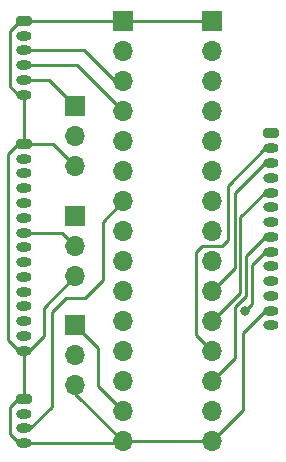
<source format=gbr>
%TF.GenerationSoftware,KiCad,Pcbnew,7.0.1*%
%TF.CreationDate,2023-04-02T14:30:40+09:00*%
%TF.ProjectId,joystick_gpio_input_main_part,6a6f7973-7469-4636-9b5f-6770696f5f69,2*%
%TF.SameCoordinates,PX7863d30PY784b050*%
%TF.FileFunction,Copper,L2,Bot*%
%TF.FilePolarity,Positive*%
%FSLAX46Y46*%
G04 Gerber Fmt 4.6, Leading zero omitted, Abs format (unit mm)*
G04 Created by KiCad (PCBNEW 7.0.1) date 2023-04-02 14:30:40*
%MOMM*%
%LPD*%
G01*
G04 APERTURE LIST*
G04 Aperture macros list*
%AMRoundRect*
0 Rectangle with rounded corners*
0 $1 Rounding radius*
0 $2 $3 $4 $5 $6 $7 $8 $9 X,Y pos of 4 corners*
0 Add a 4 corners polygon primitive as box body*
4,1,4,$2,$3,$4,$5,$6,$7,$8,$9,$2,$3,0*
0 Add four circle primitives for the rounded corners*
1,1,$1+$1,$2,$3*
1,1,$1+$1,$4,$5*
1,1,$1+$1,$6,$7*
1,1,$1+$1,$8,$9*
0 Add four rect primitives between the rounded corners*
20,1,$1+$1,$2,$3,$4,$5,0*
20,1,$1+$1,$4,$5,$6,$7,0*
20,1,$1+$1,$6,$7,$8,$9,0*
20,1,$1+$1,$8,$9,$2,$3,0*%
G04 Aperture macros list end*
%TA.AperFunction,ComponentPad*%
%ADD10RoundRect,0.200000X-0.450000X0.200000X-0.450000X-0.200000X0.450000X-0.200000X0.450000X0.200000X0*%
%TD*%
%TA.AperFunction,ComponentPad*%
%ADD11O,1.300000X0.800000*%
%TD*%
%TA.AperFunction,ComponentPad*%
%ADD12R,1.700000X1.700000*%
%TD*%
%TA.AperFunction,ComponentPad*%
%ADD13O,1.700000X1.700000*%
%TD*%
%TA.AperFunction,ViaPad*%
%ADD14C,0.800000*%
%TD*%
%TA.AperFunction,Conductor*%
%ADD15C,0.250000*%
%TD*%
G04 APERTURE END LIST*
D10*
%TO.P,J6,1,Pin_1*%
%TO.N,/C_UP*%
X24587200Y31038800D03*
D11*
%TO.P,J6,2,Pin_2*%
%TO.N,/C_TL*%
X24587200Y29788800D03*
%TO.P,J6,3,Pin_3*%
%TO.N,/C_X*%
X24587200Y28538800D03*
%TO.P,J6,4,Pin_4*%
%TO.N,/C_DOWN*%
X24587200Y27288800D03*
%TO.P,J6,5,Pin_5*%
%TO.N,/C_Y*%
X24587200Y26038800D03*
%TO.P,J6,6,Pin_6*%
%TO.N,/C_LEFT*%
X24587200Y24788800D03*
%TO.P,J6,7,Pin_7*%
%TO.N,/C_RIGHT*%
X24587200Y23538800D03*
%TO.P,J6,8,Pin_8*%
%TO.N,/C_TR*%
X24587200Y22288800D03*
%TO.P,J6,9,Pin_9*%
%TO.N,/C_B*%
X24587200Y21038800D03*
%TO.P,J6,10,Pin_10*%
%TO.N,/C_START*%
X24587200Y19788800D03*
%TO.P,J6,11,Pin_11*%
%TO.N,/C_SELECT*%
X24587200Y18538800D03*
%TO.P,J6,12,Pin_12*%
%TO.N,/C_A*%
X24587200Y17288800D03*
%TO.P,J6,13,Pin_13*%
%TO.N,/GND*%
X24587200Y16038800D03*
%TO.P,J6,14,Pin_14*%
%TO.N,/C_HK*%
X24587200Y14788800D03*
%TD*%
D12*
%TO.P,JP3,1,Pin_1*%
%TO.N,/HK*%
X8013000Y14808200D03*
D13*
%TO.P,JP3,2,Pin_2*%
%TO.N,/HK_T*%
X8013000Y12268200D03*
%TO.P,JP3,3,Pin_3*%
%TO.N,/GND*%
X8013000Y9728200D03*
%TD*%
D10*
%TO.P,J4,1,Pin_1*%
%TO.N,/GND*%
X3618800Y40563800D03*
D11*
%TO.P,J4,2,Pin_2*%
%TO.N,/UP*%
X3618800Y39313800D03*
%TO.P,J4,3,Pin_3*%
%TO.N,/DOWN*%
X3618800Y38063800D03*
%TO.P,J4,4,Pin_4*%
%TO.N,/LEFT*%
X3618800Y36813800D03*
%TO.P,J4,5,Pin_5*%
%TO.N,/RIGHT*%
X3618800Y35563800D03*
%TO.P,J4,6,Pin_6*%
%TO.N,/GND*%
X3618800Y34313800D03*
%TD*%
D12*
%TO.P,J1,1,Pin_1*%
%TO.N,/GND*%
X12026200Y40563800D03*
D13*
%TO.P,J1,2,Pin_2*%
%TO.N,/UP*%
X12026200Y38023800D03*
%TO.P,J1,3,Pin_3*%
%TO.N,/DOWN*%
X12026200Y35483800D03*
%TO.P,J1,4,Pin_4*%
%TO.N,/LEFT*%
X12026200Y32943800D03*
%TO.P,J1,5,Pin_5*%
%TO.N,/RIGHT*%
X12026200Y30403800D03*
%TO.P,J1,6,Pin_6*%
%TO.N,/START*%
X12026200Y27863800D03*
%TO.P,J1,7,Pin_7*%
%TO.N,/SELECT*%
X12026200Y25323800D03*
%TO.P,J1,8,Pin_8*%
%TO.N,/A*%
X12026200Y22783800D03*
%TO.P,J1,9,Pin_9*%
%TO.N,/B*%
X12026200Y20243800D03*
%TO.P,J1,10,Pin_10*%
%TO.N,/X*%
X12026200Y17703800D03*
%TO.P,J1,11,Pin_11*%
%TO.N,/Y*%
X12026200Y15163800D03*
%TO.P,J1,12,Pin_12*%
%TO.N,/TL*%
X12026200Y12623800D03*
%TO.P,J1,13,Pin_13*%
%TO.N,/TR*%
X12026200Y10083800D03*
%TO.P,J1,14,Pin_14*%
%TO.N,/HK*%
X12026200Y7543800D03*
%TO.P,J1,15,Pin_15*%
%TO.N,/GND*%
X12026200Y5003800D03*
%TD*%
D10*
%TO.P,J3,1,Pin_1*%
%TO.N,/GND*%
X3644200Y30149800D03*
D11*
%TO.P,J3,2,Pin_2*%
%TO.N,/UP*%
X3644200Y28899800D03*
%TO.P,J3,3,Pin_3*%
%TO.N,/DOWN*%
X3644200Y27649800D03*
%TO.P,J3,4,Pin_4*%
%TO.N,/LEFT*%
X3644200Y26399800D03*
%TO.P,J3,5,Pin_5*%
%TO.N,/RIGHT_T*%
X3644200Y25149800D03*
%TO.P,J3,6,Pin_6*%
%TO.N,/START*%
X3644200Y23899800D03*
%TO.P,J3,7,Pin_7*%
%TO.N,/SELECT_T*%
X3644200Y22649800D03*
%TO.P,J3,8,Pin_8*%
%TO.N,/A*%
X3644200Y21399800D03*
%TO.P,J3,9,Pin_9*%
%TO.N,/B*%
X3644200Y20149800D03*
%TO.P,J3,10,Pin_10*%
%TO.N,/X*%
X3644200Y18899800D03*
%TO.P,J3,11,Pin_11*%
%TO.N,/Y*%
X3644200Y17649800D03*
%TO.P,J3,12,Pin_12*%
%TO.N,/TL*%
X3644200Y16399800D03*
%TO.P,J3,13,Pin_13*%
%TO.N,/TR*%
X3644200Y15149800D03*
%TO.P,J3,14,Pin_14*%
%TO.N,/HK_T*%
X3644200Y13899800D03*
%TO.P,J3,15,Pin_15*%
%TO.N,/GND*%
X3644200Y12649800D03*
%TD*%
D12*
%TO.P,JP1,1,Pin_1*%
%TO.N,/RIGHT*%
X8013000Y33350200D03*
D13*
%TO.P,JP1,2,Pin_2*%
%TO.N,/RIGHT_T*%
X8013000Y30810200D03*
%TO.P,JP1,3,Pin_3*%
%TO.N,/GND*%
X8013000Y28270200D03*
%TD*%
D12*
%TO.P,J2,1,Pin_1*%
%TO.N,/GND*%
X19564351Y40563800D03*
D13*
%TO.P,J2,2,Pin_2*%
%TO.N,/C_UP*%
X19564351Y38023800D03*
%TO.P,J2,3,Pin_3*%
%TO.N,/C_DOWN*%
X19564351Y35483800D03*
%TO.P,J2,4,Pin_4*%
%TO.N,/C_LEFT*%
X19564351Y32943800D03*
%TO.P,J2,5,Pin_5*%
%TO.N,/C_RIGHT*%
X19564351Y30403800D03*
%TO.P,J2,6,Pin_6*%
%TO.N,/C_START*%
X19564351Y27863800D03*
%TO.P,J2,7,Pin_7*%
%TO.N,/C_SELECT*%
X19564351Y25323800D03*
%TO.P,J2,8,Pin_8*%
%TO.N,/C_A*%
X19564351Y22783800D03*
%TO.P,J2,9,Pin_9*%
%TO.N,/C_B*%
X19564351Y20243800D03*
%TO.P,J2,10,Pin_10*%
%TO.N,/C_X*%
X19564351Y17703800D03*
%TO.P,J2,11,Pin_11*%
%TO.N,/C_Y*%
X19564351Y15163800D03*
%TO.P,J2,12,Pin_12*%
%TO.N,/C_TL*%
X19564351Y12623800D03*
%TO.P,J2,13,Pin_13*%
%TO.N,/C_TR*%
X19564351Y10083800D03*
%TO.P,J2,14,Pin_14*%
%TO.N,/C_HK*%
X19564351Y7543800D03*
%TO.P,J2,15,Pin_15*%
%TO.N,/GND*%
X19564351Y5003800D03*
%TD*%
D12*
%TO.P,JP2,1,Pin_1*%
%TO.N,/SELECT*%
X8013000Y24079200D03*
D13*
%TO.P,JP2,2,Pin_2*%
%TO.N,/SELECT_T*%
X8013000Y21539200D03*
%TO.P,JP2,3,Pin_3*%
%TO.N,/GND*%
X8013000Y18999200D03*
%TD*%
D10*
%TO.P,J5,1,Pin_1*%
%TO.N,/GND*%
X3644200Y8559800D03*
D11*
%TO.P,J5,2,Pin_2*%
%TO.N,/START*%
X3644200Y7309800D03*
%TO.P,J5,3,Pin_3*%
%TO.N,/SELECT*%
X3644200Y6059800D03*
%TO.P,J5,4,Pin_4*%
%TO.N,/GND*%
X3644200Y4809800D03*
%TD*%
D14*
%TO.N,/C_B*%
X22402800Y16002000D03*
%TD*%
D15*
%TO.N,/GND*%
X2450400Y39724699D02*
X3289501Y40563800D01*
X6133400Y30149800D02*
X8013000Y28270200D01*
X3644200Y12649800D02*
X4044200Y12649800D01*
X5308600Y13914200D02*
X5308600Y16294800D01*
X2323400Y29310699D02*
X3162501Y30149800D01*
X3618800Y40563800D02*
X12026200Y40563800D01*
X3644200Y12649800D02*
X3644200Y8559800D01*
X12052501Y5003800D02*
X19564351Y5003800D01*
X5308600Y16294800D02*
X8013000Y18999200D01*
X8013000Y9728200D02*
X8013000Y9017000D01*
X3618800Y34313800D02*
X3187699Y34313800D01*
X3644200Y4809800D02*
X3227699Y4809800D01*
X2475800Y7898499D02*
X3137101Y8559800D01*
X2475800Y5561699D02*
X2475800Y7898499D01*
X4044200Y12649800D02*
X5308600Y13914200D01*
X3644200Y30149800D02*
X6133400Y30149800D01*
X3644200Y4809800D02*
X11832200Y4809800D01*
X3644200Y12649800D02*
X3236299Y12649800D01*
X3618800Y34313800D02*
X3618800Y30175200D01*
X3162501Y30149800D02*
X3644200Y30149800D01*
X12026200Y5003800D02*
X12052501Y5003800D01*
X3289501Y40563800D02*
X3618800Y40563800D01*
X8013000Y9017000D02*
X12026200Y5003800D01*
X11832200Y4809800D02*
X12026200Y5003800D01*
X19564351Y5003800D02*
X22225000Y7664449D01*
X2450400Y35051099D02*
X2450400Y39724699D01*
X22225000Y7664449D02*
X22225000Y14173200D01*
X3236299Y12649800D02*
X2323400Y13562699D01*
X2323400Y13562699D02*
X2323400Y29310699D01*
X3618800Y30175200D02*
X3644200Y30149800D01*
X22225000Y14173200D02*
X24090600Y16038800D01*
X3227699Y4809800D02*
X2475800Y5561699D01*
X3187699Y34313800D02*
X2450400Y35051099D01*
X24090600Y16038800D02*
X24587200Y16038800D01*
X3137101Y8559800D02*
X3644200Y8559800D01*
X19564351Y40563800D02*
X12026200Y40563800D01*
%TO.N,/DOWN*%
X11340400Y35457499D02*
X12026200Y35457499D01*
X8734099Y38063800D02*
X11340400Y35457499D01*
X3618800Y38063800D02*
X8734099Y38063800D01*
%TO.N,/LEFT*%
X3618800Y36813800D02*
X8129899Y36813800D01*
X8129899Y36813800D02*
X12026200Y32917499D01*
%TO.N,/RIGHT*%
X5799400Y35563800D02*
X3618800Y35563800D01*
X8013000Y33350200D02*
X5799400Y35563800D01*
%TO.N,/SELECT*%
X10312400Y18643600D02*
X10312400Y23583699D01*
X4180200Y6059800D02*
X5994400Y7874000D01*
X3669505Y6059800D02*
X4180200Y6059800D01*
X10312400Y23583699D02*
X12026200Y25297499D01*
X8788400Y17119600D02*
X10312400Y18643600D01*
X7213600Y17119600D02*
X8788400Y17119600D01*
X5994400Y15900400D02*
X7213600Y17119600D01*
X5994400Y7874000D02*
X5994400Y15900400D01*
%TO.N,/SELECT_T*%
X6902400Y22649800D02*
X8013000Y21539200D01*
X3644200Y22649800D02*
X6902400Y22649800D01*
%TO.N,/HK*%
X9931400Y12889800D02*
X9931400Y9638600D01*
X8013000Y14808200D02*
X9931400Y12889800D01*
X9931400Y9638600D02*
X12026200Y7543800D01*
%TO.N,/C_B*%
X22402800Y16002000D02*
X22961600Y16560800D01*
X22961600Y16560800D02*
X22961600Y19939000D01*
X22961600Y19939000D02*
X24061400Y21038800D01*
X24061400Y21038800D02*
X24587200Y21038800D01*
%TO.N,/C_X*%
X21521000Y19660449D02*
X21521000Y25991400D01*
X21521000Y25991400D02*
X24068400Y28538800D01*
X24068400Y28538800D02*
X24587200Y28538800D01*
X19564351Y17703800D02*
X21521000Y19660449D01*
%TO.N,/C_Y*%
X21971000Y17570449D02*
X21971000Y23952200D01*
X24057600Y26038800D02*
X24587200Y26038800D01*
X21971000Y23952200D02*
X24057600Y26038800D01*
X19564351Y15163800D02*
X21971000Y17570449D01*
%TO.N,/C_TL*%
X18192751Y13995400D02*
X18192751Y21012151D01*
X20396200Y21513800D02*
X20904200Y22021800D01*
X19564351Y12623800D02*
X18192751Y13995400D01*
X20904200Y26619200D02*
X24073800Y29788800D01*
X24073800Y29788800D02*
X24587200Y29788800D01*
X18694400Y21513800D02*
X20396200Y21513800D01*
X18192751Y21012151D02*
X18694400Y21513800D01*
X20904200Y22021800D02*
X20904200Y26619200D01*
%TO.N,/C_TR*%
X22453600Y17316449D02*
X22453600Y20650200D01*
X24092200Y22288800D02*
X24587200Y22288800D01*
X21520151Y12039600D02*
X21520151Y16383000D01*
X21520151Y16383000D02*
X22453600Y17316449D01*
X22453600Y20650200D02*
X24092200Y22288800D01*
X19564351Y10083800D02*
X21520151Y12039600D01*
%TD*%
M02*

</source>
